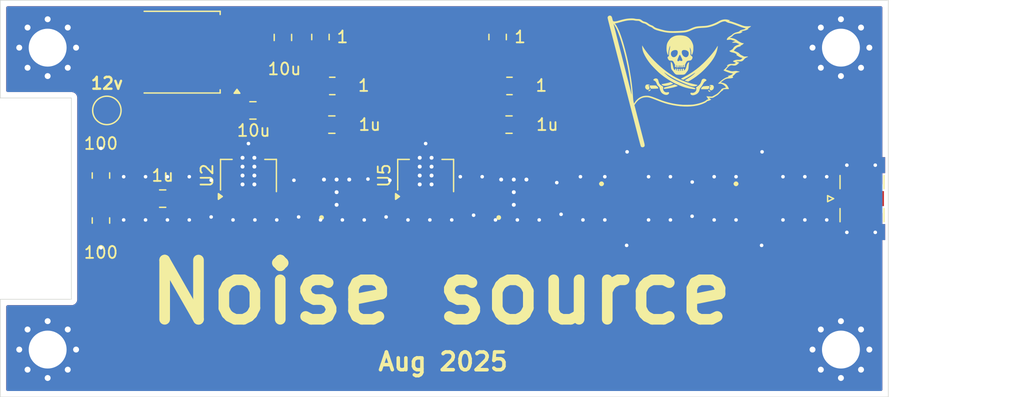
<source format=kicad_pcb>
(kicad_pcb (version 20240108) (generator "pcbnew") (generator_version "8.0")
  (layers (0 "F.Cu" signal) (1 "In1.Cu" signal) (2 "In2.Cu" signal) (31 "B.Cu" signal) (34 "B.Paste" user) (35 "F.Paste" user) (36 "B.SilkS" user "B.Silkscreen") (37 "F.SilkS" user "F.Silkscreen") (38 "B.Mask" user) (39 "F.Mask" user) (44 "Edge.Cuts" user))
  (net 0 "")
  (net 1 "GND")
  (net 2 "Net-(AT1-OUT)")
  (net 3 "Net-(AT1-IN)")
  (net 4 "Net-(U1-OUT)")
  (net 5 "Net-(C3-Pad1)")
  (net 6 "Net-(C4-Pad1)")
  (net 7 "Net-(C5-Pad1)")
  (net 8 "Net-(C5-Pad2)")
  (net 9 "Net-(R1-Pad2)")
  (net 10 "Net-(R3-Pad2)")
  (net 11 "Net-(U2-Pad3)")
  (net 12 "Net-(U3-Pad2)")
  (net 15 "Net-(U4-Pad1)")
  (net 16 "Net-(J1-Pin_1)")
  (net 17 "Net-(AT2-OUT)")
  (footprint "Footprints:SOT-89-3_VIAS" (layer "F.Cu") (at 129.659654 89.3 90)
    (property "Reference" "U2" (at 0 -3.5 90) (layer "F.SilkS"))
    (property "Value" "GVA-82")
    (pad "1" smd roundrect (at -1.95 -1.5 90) (size 1.3 0.9) (layers "F.Cu" "F.Paste" "F.Mask") (net 7 "Net-(C5-Pad1)"))
    (pad "2" smd custom (at -1.8625 0 90) (size 1.475 0.9) (layers "F.Cu" "F.Paste" "F.Mask") (net 1 "GND") (options (clearance outline) (anchor rect)) (primitives (gr_poly (pts (xy 3.8625 0.8665) (xy 0.7375 0.8665) (xy 0.7375 -0.8665) (xy 3.8625 -0.8665)) (width 0) (fill yes))))
    (pad "2" thru_hole circle (at -0.75 -0.5 90) (size 0.44 0.44) (drill 0.33) (layers "*.Cu") (net 1 "GND"))
    (pad "2" thru_hole circle (at -0.75 0.5 90) (size 0.44 0.44) (drill 0.33) (layers "*.Cu") (net 1 "GND"))
    (pad "2" thru_hole circle (at 0 -0.5 90) (size 0.44 0.44) (drill 0.33) (layers "*.Cu") (net 1 "GND"))
    (pad "2" thru_hole circle (at 0 0.5 90) (size 0.44 0.44) (drill 0.33) (layers "*.Cu") (net 1 "GND"))
    (pad "2" thru_hole circle (at 0.75 -0.5 90) (size 0.44 0.44) (drill 0.33) (layers "*.Cu") (net 1 "GND"))
    (pad "2" thru_hole circle (at 0.75 0.5 90) (size 0.44 0.44) (drill 0.33) (layers "*.Cu") (net 1 "GND"))
    (pad "2" thru_hole circle (at 1.5 -0.5 90) (size 0.44 0.44) (drill 0.33) (layers "*.Cu") (net 1 "GND"))
    (pad "2" thru_hole circle (at 1.5 0.5 90) (size 0.44 0.44) (drill 0.33) (layers "*.Cu") (net 1 "GND"))
    (pad "3" smd roundrect (at -1.95 1.5 90) (size 1.3 0.9) (layers "F.Cu" "F.Paste" "F.Mask") (net 11 "Net-(U2-Pad3)"))
  )
  (footprint "Capacitor_SMD:C_0805_2012Metric_Pad1.18x1.45mm_HandSolder" (layer "F.Cu") (at 132.569861 77.6375 -90)
    (property "Reference" "C2" (hide yes))
    (property "Value" "10u" (at 2.6625 -0.130139 180) (layer "F.SilkS"))
    (pad "1" smd roundrect (at -1.0375 0 270) (size 1.175 1.45) (layers "F.Cu" "F.Paste" "F.Mask") (roundrect_rratio 0.212766) (net 4 "Net-(U1-OUT)"))
    (pad "2" smd roundrect (at 1.0375 0 270) (size 1.175 1.45) (layers "F.Cu" "F.Paste" "F.Mask") (roundrect_rratio 0.212766) (net 1 "GND"))
  )
  (footprint "MountingHole:MountingHole_3.2mm_M3_Pad_Via" (layer "F.Cu") (at 112.7 104)
    (property "Reference" "H3" (hide yes))
    (property "Value" "MountingHole_Pad" (hide yes))
    (pad "1" thru_hole circle (at -2.4 0) (size 0.8 0.8) (drill 0.5) (layers "*.Cu" "*.Mask") (net 1 "GND"))
    (pad "1" thru_hole circle (at -1.697056 -1.697056) (size 0.8 0.8) (drill 0.5) (layers "*.Cu" "*.Mask") (net 1 "GND"))
    (pad "1" thru_hole circle (at -1.697056 1.697056) (size 0.8 0.8) (drill 0.5) (layers "*.Cu" "*.Mask") (net 1 "GND"))
    (pad "1" thru_hole circle (at 0 -2.4) (size 0.8 0.8) (drill 0.5) (layers "*.Cu" "*.Mask") (net 1 "GND"))
    (pad "1" thru_hole circle (at 0 0) (size 6.4 6.4) (drill 3.2) (layers "*.Cu" "*.Mask") (net 1 "GND"))
    (pad "1" thru_hole circle (at 0 2.4) (size 0.8 0.8) (drill 0.5) (layers "*.Cu" "*.Mask") (net 1 "GND"))
    (pad "1" thru_hole circle (at 1.697056 -1.697056) (size 0.8 0.8) (drill 0.5) (layers "*.Cu" "*.Mask") (net 1 "GND"))
    (pad "1" thru_hole circle (at 1.697056 1.697056) (size 0.8 0.8) (drill 0.5) (layers "*.Cu" "*.Mask") (net 1 "GND"))
    (pad "1" thru_hole circle (at 2.4 0) (size 0.8 0.8) (drill 0.5) (layers "*.Cu" "*.Mask") (net 1 "GND"))
  )
  (footprint "Capacitor_SMD:C_0805_2012Metric_Pad1.18x1.45mm_HandSolder" (layer "F.Cu") (at 136.702223 85 180)
    (property "Reference" "C3" (hide yes))
    (property "Value" "1u" (at -3.197777 0 0) (layer "F.SilkS"))
    (pad "1" smd roundrect (at -1.0375 0 180) (size 1.175 1.45) (layers "F.Cu" "F.Paste" "F.Mask") (roundrect_rratio 0.212766) (net 5 "Net-(C3-Pad1)"))
    (pad "2" smd roundrect (at 1.0375 0 180) (size 1.175 1.45) (layers "F.Cu" "F.Paste" "F.Mask") (roundrect_rratio 0.212766) (net 1 "GND"))
  )
  (footprint "Resistor_SMD:R_0805_2012Metric_Pad1.20x1.40mm_HandSolder" (layer "F.Cu") (at 136.739723 81.735)
    (property "Reference" "R2" (hide yes))
    (property "Value" "1" (at 2.660277 -0.035 0) (layer "F.SilkS"))
    (pad "1" smd roundrect (at -1 0) (size 1.2 1.4) (layers "F.Cu" "F.Paste" "F.Mask") (roundrect_rratio 0.208333) (net 9 "Net-(R1-Pad2)"))
    (pad "2" smd roundrect (at 1 0) (size 1.2 1.4) (layers "F.Cu" "F.Paste" "F.Mask") (roundrect_rratio 0.208333) (net 5 "Net-(C3-Pad1)"))
  )
  (footprint "Footprints:IC_TCBT-14_" (layer "F.Cu") (at 152.069861 89.64 90)
    (property "Reference" "U4" (hide yes))
    (property "Value" "TCBT-14_" (hide yes))
    (pad "1" smd rect (at -1.61 -1.27 90) (size 1.68 0.79) (layers "F.Cu" "F.Paste") (net 15 "Net-(U4-Pad1)"))
    (pad "2" smd rect (at -1.61 1.27 90) (size 1.68 0.79) (layers "F.Cu" "F.Paste") (net 3 "Net-(AT1-IN)"))
    (pad "3" smd rect (at 1.61 0.635 90) (size 1.68 2.06) (layers "F.Cu" "F.Paste") (net 6 "Net-(C4-Pad1)"))
    (pad "4" smd rect (at 1.61 -1.27 90) (size 1.68 0.79) (layers "F.Cu" "F.Paste"))
    (pad "5" thru_hole circle (at -2.1336 0 90) (size 0.44 0.44) (drill 0.33) (layers "*.Cu") (net 1 "GND"))
    (pad "5" thru_hole circle (at -1.0668 0 90) (size 0.44 0.44) (drill 0.33) (layers "*.Cu") (net 1 "GND"))
    (pad "5" thru_hole circle (at 0 -1.0668 90) (size 0.44 0.44) (drill 0.33) (layers "*.Cu") (net 1 "GND"))
    (pad "5" smd custom (at 0 0 90) (size 0.1 0.1) (layers "F.Cu") (net 1 "GND") (options (clearance outline) (anchor rect)) (primitives (gr_poly (pts (xy -0.34 -1.7) (xy 0.35 -1.7) (xy 0.35 1.9) (xy -0.34 1.9) (xy -0.34 0.395) (xy -2.45 0.395) (xy -2.45 -0.395) (xy -0.34 -0.395)) (width 0.01) (fill yes))))
    (pad "5" thru_hole circle (at 0 0 90) (size 0.44 0.44) (drill 0.33) (layers "*.Cu") (net 1 "GND"))
    (pad "5" thru_hole circle (at 0 1.0668 90) (size 0.44 0.44) (drill 0.33) (layers "*.Cu") (net 1 "GND"))
  )
  (footprint "MountingHole:MountingHole_3.2mm_M3_Pad_Via" (layer "F.Cu") (at 112.7 78.5)
    (property "Reference" "H1" (hide yes))
    (property "Value" "MountingHole_Pad" (hide yes))
    (pad "1" thru_hole circle (at -2.4 0) (size 0.8 0.8) (drill 0.5) (layers "*.Cu" "*.Mask") (net 1 "GND"))
    (pad "1" thru_hole circle (at -1.697056 -1.697056) (size 0.8 0.8) (drill 0.5) (layers "*.Cu" "*.Mask") (net 1 "GND"))
    (pad "1" thru_hole circle (at -1.697056 1.697056) (size 0.8 0.8) (drill 0.5) (layers "*.Cu" "*.Mask") (net 1 "GND"))
    (pad "1" thru_hole circle (at 0 -2.4) (size 0.8 0.8) (drill 0.5) (layers "*.Cu" "*.Mask") (net 1 "GND"))
    (pad "1" thru_hole circle (at 0 0) (size 6.4 6.4) (drill 3.2) (layers "*.Cu" "*.Mask") (net 1 "GND"))
    (pad "1" thru_hole circle (at 0 2.4) (size 0.8 0.8) (drill 0.5) (layers "*.Cu" "*.Mask") (net 1 "GND"))
    (pad "1" thru_hole circle (at 1.697056 -1.697056) (size 0.8 0.8) (drill 0.5) (layers "*.Cu" "*.Mask") (net 1 "GND"))
    (pad "1" thru_hole circle (at 1.697056 1.697056) (size 0.8 0.8) (drill 0.5) (layers "*.Cu" "*.Mask") (net 1 "GND"))
    (pad "1" thru_hole circle (at 2.4 0) (size 0.8 0.8) (drill 0.5) (layers "*.Cu" "*.Mask") (net 1 "GND"))
  )
  (footprint "Footprints:PAT3" (layer "F.Cu") (at 161.63993 91.25)
    (property "Reference" "AT1" (hide yes))
    (property "Value" "PAT-3+" (hide yes))
    (pad "1" smd rect (at -2.16 0 90) (size 1.52 1.52) (layers "F.Cu" "F.Paste" "F.Mask") (net 3 "Net-(AT1-IN)"))
    (pad "2" smd rect (at 0 2.095 90) (size 1.65 2.03) (layers "F.Cu" "F.Paste" "F.Mask") (net 1 "GND"))
    (pad "3" smd rect (at 2.16 0 90) (size 1.52 1.52) (layers "F.Cu" "F.Paste" "F.Mask") (net 2 "Net-(AT1-OUT)"))
    (pad "4" smd rect (at 0 -2.095 90) (size 1.65 2.03) (layers "F.Cu" "F.Paste" "F.Mask") (net 1 "GND"))
  )
  (footprint "LOGO" (layer "F.Cu") (at 166.2 81.3)
    (property "Reference" "G***" (hide yes))
    (property "Value" "LOGO" (hide yes))
  )
  (footprint "Capacitor_SMD:C_0805_2012Metric_Pad1.18x1.45mm_HandSolder" (layer "F.Cu") (at 130.0375 83.8)
    (property "Reference" "C1" (hide yes))
    (property "Value" "10u" (at 0.0625 1.7 0) (layer "F.SilkS"))
    (pad "1" smd roundrect (at -1.0375 0) (size 1.175 1.45) (layers "F.Cu" "F.Paste" "F.Mask") (roundrect_rratio 0.212766) (net 16 "Net-(J1-Pin_1)"))
    (pad "2" smd roundrect (at 1.0375 0) (size 1.175 1.45) (layers "F.Cu" "F.Paste" "F.Mask") (roundrect_rratio 0.212766) (net 1 "GND"))
  )
  (footprint "Package_TO_SOT_SMD:TO-252-2" (layer "F.Cu") (at 123.96 78.88 180)
    (property "Reference" "U1" (hide yes))
    (property "Value" "L7805" (hide yes))
    (pad "1" smd roundrect (at -5.04 -2.28 180) (size 2.2 1.2) (layers "F.Cu" "F.Paste" "F.Mask") (roundrect_rratio 0.208333) (net 16 "Net-(J1-Pin_1)"))
    (pad "2" smd roundrect (at -0.415 -1.525 180) (size 3.05 2.75) (layers "F.Cu" "F.Paste") (roundrect_rratio 0.090909) (net 1 "GND"))
    (pad "2" smd roundrect (at -0.415 1.525 180) (size 3.05 2.75) (layers "F.Cu" "F.Paste") (roundrect_rratio 0.090909) (net 1 "GND"))
    (pad "2" smd roundrect (at 1.26 0 180) (size 6.4 5.8) (layers "F.Cu" "F.Mask") (roundrect_rratio 0.043103) (net 1 "GND"))
    (pad "2" smd roundrect (at 2.935 -1.525 180) (size 3.05 2.75) (layers "F.Cu" "F.Paste") (roundrect_rratio 0.090909) (net 1 "GND"))
    (pad "2" smd roundrect (at 2.935 1.525 180) (size 3.05 2.75) (layers "F.Cu" "F.Paste") (roundrect_rratio 0.090909) (net 1 "GND"))
    (pad "3" smd roundrect (at -5.04 2.28 180) (size 2.2 1.2) (layers "F.Cu" "F.Paste" "F.Mask") (roundrect_rratio 0.208333) (net 4 "Net-(U1-OUT)"))
  )
  (footprint "Resistor_SMD:R_0805_2012Metric_Pad1.20x1.40mm_HandSolder" (layer "F.Cu") (at 117.2 93.1 -90)
    (property "Reference" "R5" (hide yes))
    (property "Value" "100" (at 2.7 0 180) (layer "F.SilkS"))
    (pad "1" smd roundrect (at -1 0 270) (size 1.2 1.4) (layers "F.Cu" "F.Paste" "F.Mask") (roundrect_rratio 0.208333) (net 8 "Net-(C5-Pad2)"))
    (pad "2" smd roundrect (at 1 0 270) (size 1.2 1.4) (layers "F.Cu" "F.Paste" "F.Mask") (roundrect_rratio 0.208333) (net 1 "GND"))
  )
  (footprint "Footprints:SMA_Edge" (layer "F.Cu") (at 181.335 91.25 90)
    (property "Reference" "J2" (hide yes))
    (property "Value" "ANT")
    (pad "1" smd rect (at 0 0.2 90) (size 1.27 3.6) (layers "F.Cu" "F.Paste" "F.Mask") (net 17 "Net-(AT2-OUT)"))
    (pad "2" smd rect (at -2.825 0 90) (size 1.35 4.2) (layers "F.Cu" "F.Paste" "F.Mask") (net 1 "GND"))
    (pad "2" smd rect (at -2.825 0 90) (size 1.35 4.2) (layers "B.Cu" "B.Paste" "B.Mask") (net 1 "GND"))
    (pad "2" smd rect (at 2.825 0 90) (size 1.35 4.2) (layers "F.Cu" "F.Paste" "F.Mask") (net 1 "GND"))
    (pad "2" smd rect (at 2.825 0 90) (size 1.35 4.2) (layers "B.Cu" "B.Paste" "B.Mask") (net 1 "GND"))
  )
  (footprint "Resistor_SMD:R_0805_2012Metric_Pad1.20x1.40mm_HandSolder" (layer "F.Cu") (at 135.739723 77.6 -90)
    (property "Reference" "R1" (hide yes))
    (property "Value" "1" (at 0 -1.860277 180) (layer "F.SilkS"))
    (pad "1" smd roundrect (at -1 0 270) (size 1.2 1.4) (layers "F.Cu" "F.Paste" "F.Mask") (roundrect_rratio 0.208333) (net 4 "Net-(U1-OUT)"))
    (pad "2" smd roundrect (at 1 0 270) (size 1.2 1.4) (layers "F.Cu" "F.Paste" "F.Mask") (roundrect_rratio 0.208333) (net 9 "Net-(R1-Pad2)"))
  )
  (footprint "Capacitor_SMD:C_0805_2012Metric_Pad1.18x1.45mm_HandSolder" (layer "F.Cu") (at 151.667361 85 180)
    (property "Reference" "C4" (hide yes))
    (property "Value" "1u" (at -3.232639 0 0) (layer "F.SilkS"))
    (pad "1" smd roundrect (at -1.0375 0 180) (size 1.175 1.45) (layers "F.Cu" "F.Paste" "F.Mask") (roundrect_rratio 0.212766) (net 6 "Net-(C4-Pad1)"))
    (pad "2" smd roundrect (at 1.0375 0 180) (size 1.175 1.45) (layers "F.Cu" "F.Paste" "F.Mask") (roundrect_rratio 0.212766) (net 1 "GND"))
  )
  (footprint "Footprints:IC_TCBT-14_" (layer "F.Cu") (at 137.104723 89.64 90)
    (property "Reference" "U3" (hide yes))
    (property "Value" "TCBT-14_" (hide yes))
    (pad "1" smd rect (at -1.61 -1.27 90) (size 1.68 0.79) (layers "F.Cu" "F.Paste") (net 11 "Net-(U2-Pad3)"))
    (pad "2" smd rect (at -1.61 1.27 90) (size 1.68 0.79) (layers "F.Cu" "F.Paste") (net 12 "Net-(U3-Pad2)"))
    (pad "3" smd rect (at 1.61 0.635 90) (size 1.68 2.06) (layers "F.Cu" "F.Paste") (net 5 "Net-(C3-Pad1)"))
    (pad "4" smd rect (at 1.61 -1.27 90) (size 1.68 0.79) (layers "F.Cu" "F.Paste"))
    (pad "5" thru_hole circle (at -2.1336 0 90) (size 0.44 0.44) (drill 0.33) (layers "*.Cu") (net 1 "GND"))
    (pad "5" thru_hole circle (at -1.0668 0 90) (size 0.44 0.44) (drill 0.33) (layers "*.Cu") (net 1 "GND"))
    (pad "5" thru_hole circle (at 0 -1.0668 90) (size 0.44 0.44) (drill 0.33) (layers "*.Cu") (net 1 "GND"))
    (pad "5" smd custom (at 0 0 90) (size 0.1 0.1) (layers "F.Cu") (net 1 "GND") (options (clearance outline) (anchor rect)) (primitives (gr_poly (pts (xy -0.34 -1.7) (xy 0.35 -1.7) (xy 0.35 1.9) (xy -0.34 1.9) (xy -0.34 0.395) (xy -2.45 0.395) (xy -2.45 -0.395) (xy -0.34 -0.395)) (width 0.01) (fill yes))))
    (pad "5" thru_hole circle (at 0 0 90) (size 0.44 0.44) (drill 0.33) (layers "*.Cu") (net 1 "GND"))
    (pad "5" thru_hole circle (at 0 1.0668 90) (size 0.44 0.44) (drill 0.33) (layers "*.Cu") (net 1 "GND"))
  )
  (footprint "TestPoint:TestPoint_Pad_D2.0mm" (layer "F.Cu") (at 117.7 83.8)
    (property "Reference" "J1" (hide yes))
    (property "Value" "PWR" (hide yes))
    (pad "1" smd circle (at 0 0) (size 2 2) (layers "F.Cu" "F.Mask") (net 16 "Net-(J1-Pin_1)"))
  )
  (footprint "Resistor_SMD:R_0805_2012Metric_Pad1.20x1.40mm_HandSolder" (layer "F.Cu") (at 117.2 89.3 90)
    (property "Reference" "R6" (hide yes))
    (property "Value" "100" (at 2.7 0 180) (layer "F.SilkS"))
    (pad "1" smd roundrect (at -1 0 90) (size 1.2 1.4) (layers "F.Cu" "F.Paste" "F.Mask") (roundrect_rratio 0.208333) (net 8 "Net-(C5-Pad2)"))
    (pad "2" smd roundrect (at 1 0 90) (size 1.2 1.4) (layers "F.Cu" "F.Paste" "F.Mask") (roundrect_rratio 0.208333) (net 1 "GND"))
  )
  (footprint "Footprints:PAT3" (layer "F.Cu") (at 173 91.25)
    (property "Reference" "AT2" (hide yes))
    (property "Value" "PAT-3+" (hide yes))
    (pad "1" smd rect (at -2.16 0 90) (size 1.52 1.52) (layers "F.Cu" "F.Paste" "F.Mask") (net 2 "Net-(AT1-OUT)"))
    (pad "2" smd rect (at 0 2.095 90) (size 1.65 2.03) (layers "F.Cu" "F.Paste" "F.Mask") (net 1 "GND"))
    (pad "3" smd rect (at 2.16 0 90) (size 1.52 1.52) (layers "F.Cu" "F.Paste" "F.Mask") (net 17 "Net-(AT2-OUT)"))
    (pad "4" smd rect (at 0 -2.095 90) (size 1.65 2.03) (layers "F.Cu" "F.Paste" "F.Mask") (net 1 "GND"))
  )
  (footprint "Resistor_SMD:R_0805_2012Metric_Pad1.20x1.40mm_HandSolder" (layer "F.Cu") (at 151.704861 81.735)
    (property "Reference" "R4" (hide yes))
    (property "Value" "1" (at 2.695139 -0.035 0) (layer "F.SilkS"))
    (pad "1" smd roundrect (at -1 0) (size 1.2 1.4) (layers "F.Cu" "F.Paste" "F.Mask") (roundrect_rratio 0.208333) (net 10 "Net-(R3-Pad2)"))
    (pad "2" smd roundrect (at 1 0) (size 1.2 1.4) (layers "F.Cu" "F.Paste" "F.Mask") (roundrect_rratio 0.208333) (net 6 "Net-(C4-Pad1)"))
  )
  (footprint "Capacitor_SMD:C_0805_2012Metric_Pad1.18x1.45mm_HandSolder" (layer "F.Cu") (at 122.414585 91.25 180)
    (property "Reference" "C5" (hide yes))
    (property "Value" "1u" (at 0 1.95 0) (layer "F.SilkS"))
    (pad "1" smd roundrect (at -1.0375 0 180) (size 1.175 1.45) (layers "F.Cu" "F.Paste" "F.Mask") (roundrect_rratio 0.212766) (net 7 "Net-(C5-Pad1)"))
    (pad "2" smd roundrect (at 1.0375 0 180) (size 1.175 1.45) (layers "F.Cu" "F.Paste" "F.Mask") (roundrect_rratio 0.212766) (net 8 "Net-(C5-Pad2)"))
  )
  (footprint "MountingHole:MountingHole_3.2mm_M3_Pad_Via" (layer "F.Cu") (at 179.7 104)
    (property "Reference" "H4" (hide yes))
    (property "Value" "MountingHole_Pad" (hide yes))
    (pad "1" thru_hole circle (at -2.4 0) (size 0.8 0.8) (drill 0.5) (layers "*.Cu" "*.Mask") (net 1 "GND"))
    (pad "1" thru_hole circle (at -1.697056 -1.697056) (size 0.8 0.8) (drill 0.5) (layers "*.Cu" "*.Mask") (net 1 "GND"))
    (pad "1" thru_hole circle (at -1.697056 1.697056) (size 0.8 0.8) (drill 0.5) (layers "*.Cu" "*.Mask") (net 1 "GND"))
    (pad "1" thru_hole circle (at 0 -2.4) (size 0.8 0.8) (drill 0.5) (layers "*.Cu" "*.Mask") (net 1 "GND"))
    (pad "1" thru_hole circle (at 0 0) (size 6.4 6.4) (drill 3.2) (layers "*.Cu" "*.Mask") (net 1 "GND"))
    (pad "1" thru_hole circle (at 0 2.4) (size 0.8 0.8) (drill 0.5) (layers "*.Cu" "*.Mask") (net 1 "GND"))
    (pad "1" thru_hole circle (at 1.697056 -1.697056) (size 0.8 0.8) (drill 0.5) (layers "*.Cu" "*.Mask") (net 1 "GND"))
    (pad "1" thru_hole circle (at 1.697056 1.697056) (size 0.8 0.8) (drill 0.5) (layers "*.Cu" "*.Mask") (net 1 "GND"))
    (pad "1" thru_hole circle (at 2.4 0) (size 0.8 0.8) (drill 0.5) (layers "*.Cu" "*.Mask") (net 1 "GND"))
  )
  (footprint "MountingHole:MountingHole_3.2mm_M3_Pad_Via" (layer "F.Cu") (at 179.7 78.5)
    (property "Reference" "H2" (hide yes))
    (property "Value" "MountingHole_Pad" (hide yes))
    (pad "1" thru_hole circle (at -2.4 0) (size 0.8 0.8) (drill 0.5) (layers "*.Cu" "*.Mask") (net 1 "GND"))
    (pad "1" thru_hole circle (at -1.697056 -1.697056) (size 0.8 0.8) (drill 0.5) (layers "*.Cu" "*.Mask") (net 1 "GND"))
    (pad "1" thru_hole circle (at -1.697056 1.697056) (size 0.8 0.8) (drill 0.5) (layers "*.Cu" "*.Mask") (net 1 "GND"))
    (pad "1" thru_hole circle (at 0 -2.4) (size 0.8 0.8) (drill 0.5) (layers "*.Cu" "*.Mask") (net 1 "GND"))
    (pad "1" thru_hole circle (at 0 0) (size 6.4 6.4) (drill 3.2) (layers "*.Cu" "*.Mask") (net 1 "GND"))
    (pad "1" thru_hole circle (at 0 2.4) (size 0.8 0.8) (drill 0.5) (layers "*.Cu" "*.Mask") (net 1 "GND"))
    (pad "1" thru_hole circle (at 1.697056 -1.697056) (size 0.8 0.8) (drill 0.5) (layers "*.Cu" "*.Mask") (net 1 "GND"))
    (pad "1" thru_hole circle (at 1.697056 1.697056) (size 0.8 0.8) (drill 0.5) (layers "*.Cu" "*.Mask") (net 1 "GND"))
    (pad "1" thru_hole circle (at 2.4 0) (size 0.8 0.8) (drill 0.5) (layers "*.Cu" "*.Mask") (net 1 "GND"))
  )
  (footprint "Footprints:SOT-89-3_VIAS" (layer "F.Cu") (at 144.624792 89.3 90)
    (property "Reference" "U5" (at 0 -3.5 90) (layer "F.SilkS"))
    (property "Value" "GVA-82")
    (pad "1" smd roundrect (at -1.95 -1.5 90) (size 1.3 0.9) (layers "F.Cu" "F.Paste" "F.Mask") (net 12 "Net-(U3-Pad2)"))
    (pad "2" smd custom (at -1.8625 0 90) (size 1.475 0.9) (layers "F.Cu" "F.Paste" "F.Mask") (net 1 "GND") (options (clearance outline) (anchor rect)) (primitives (gr_poly (pts (xy 3.8625 0.8665) (xy 0.7375 0.8665) (xy 0.7375 -0.8665) (xy 3.8625 -0.8665)) (width 0) (fill yes))))
    (pad "2" thru_hole circle (at -0.75 -0.5 90) (size 0.44 0.44) (drill 0.33) (layers "*.Cu") (net 1 "GND"))
    (pad "2" thru_hole circle (at -0.75 0.5 90) (size 0.44 0.44) (drill 0.33) (layers "*.Cu") (net 1 "GND"))
    (pad "2" thru_hole circle (at 0 -0.5 90) (size 0.44 0.44) (drill 0.33) (layers "*.Cu") (net 1 "GND"))
    (pad "2" thru_hole circle (at 0 0.5 90) (size 0.44 0.44) (drill 0.33) (layers "*.Cu") (net 1 "GND"))
    (pad "2" thru_hole circle (at 0.75 -0.5 90) (size 0.44 0.44) (drill 0.33) (layers "*.Cu") (net 1 "GND"))
    (pad "2" thru_hole circle (at 0.75 0.5 90) (size 0.44 0.44) (drill 0.33) (layers "*.Cu") (net 1 "GND"))
    (pad "2" thru_hole circle (at 1.5 -0.5 90) (size 0.44 0.44) (drill 0.33) (layers "*.Cu") (net 1 "GND"))
    (pad "2" thru_hole circle (at 1.5 0.5 90) (size 0.44 0.44) (drill 0.33) (layers "*.Cu") (net 1 "GND"))
    (pad "3" smd roundrect (at -1.95 1.5 90) (size 1.3 0.9) (layers "F.Cu" "F.Paste" "F.Mask") (net 15 "Net-(U4-Pad1)"))
  )
  (footprint "Resistor_SMD:R_0805_2012Metric_Pad1.20x1.40mm_HandSolder" (layer "F.Cu") (at 150.704861 77.6 -90)
    (property "Reference" "R3" (hide yes))
    (property "Value" "1" (at 0 -1.895139 180) (layer "F.SilkS"))
    (pad "1" smd roundrect (at -1 0 270) (size 1.2 1.4) (layers "F.Cu" "F.Paste" "F.Mask") (roundrect_rratio 0.208333) (net 4 "Net-(U1-OUT)"))
    (pad "2" smd roundrect (at 1 0 270) (size 1.2 1.4) (layers "F.Cu" "F.Paste" "F.Mask") (roundrect_rratio 0.208333) (net 10 "Net-(R3-Pad2)"))
  )
  (gr_rect (start 116.6 90.63) (end 118.3 92.07) (stroke (width 0.2)) (fill solid) (layer "F.Cu") (net 8))
  (gr_line (start 183.7 108) (end 183.7 74.5) (stroke (width 0.05)) (layer "Edge.Cuts"))
  (gr_line (start 108.7 99.75) (end 108.7 108) (stroke (width 0.05)) (layer "Edge.Cuts"))
  (gr_line (start 108.7 99.75) (end 114.7 99.75) (stroke (width 0.05)) (layer "Edge.Cuts"))
  (gr_line (start 114.7 82.75) (end 114.7 99.75) (stroke (width 0.05)) (layer "Edge.Cuts"))
  (gr_line (start 183.7 74.5) (end 108.7 74.5) (stroke (width 0.05)) (layer "Edge.Cuts"))
  (gr_line (start 108.7 74.5) (end 108.7 82.75) (stroke (width 0.05)) (layer "Edge.Cuts"))
  (gr_line (start 114.7 82.75) (end 108.7 82.75) (stroke (width 0.05)) (layer "Edge.Cuts"))
  (gr_line (start 108.7 108) (end 183.7 108) (stroke (width 0.05)) (layer "Edge.Cuts"))
  (gr_text "Noise source" (at 120.8 102.1 0) (layer "F.SilkS") (effects (font (size 5 5) (thickness 0.9) (bold yes)) (justify left bottom)))
  (gr_text "12v" (at 116.241667 82.1 0) (layer "F.SilkS") (effects (font (size 1 1) (thickness 0.2) (bold yes)) (justify left bottom)))
  (gr_text "Aug 2025" (at 140.47143 105.9 0) (layer "F.SilkS") (effects (font (size 1.5 1.5) (thickness 0.3) (bold yes)) (justify left bottom)))
  (via (at 146.827805 93.05) (size 0.6) (drill 0.3) (layers "F.Cu" "B.Cu") (net 1))
  (via (at 182.6 88.425) (size 0.6) (drill 0.3) (layers "F.Cu" "B.Cu") (net 1))
  (via (at 178.5 93.05) (size 0.6) (drill 0.3) (layers "F.Cu" "B.Cu") (net 1))
  (via (at 163.452488 89.4) (size 0.6) (drill 0.3) (layers "F.Cu" "B.Cu") (net 1))
  (via (at 144.980618 93.05) (size 0.6) (drill 0.3) (layers "F.Cu" "B.Cu") (net 1))
  (via (at 176.652797 89.4) (size 0.6) (drill 0.3) (layers "F.Cu" "B.Cu") (net 1))
  (via (at 168.994049 89.4) (size 0.6) (drill 0.3) (layers "F.Cu" "B.Cu") (net 1))
  (via (at 120.967187 89.4) (size 0.6) (drill 0.3) (layers "F.Cu" "B.Cu") (net 1))
  (via (at 182.6 94.1) (size 0.6) (drill 0.3) (layers "F.Cu" "B.Cu") (net 1))
  (via (at 117.2 95.4) (size 0.6) (drill 0.3) (layers "F.Cu" "B.Cu") (net 1))
  (via (at 167.13 92.74) (size 0.6) (drill 0.3) (layers "F.Cu" "B.Cu") (net 1))
  (via (at 130.203122 93.05) (size 0.6) (drill 0.3) (layers "F.Cu" "B.Cu") (net 1))
  (via (at 119.12 93.05) (size 0.6) (drill 0.3) (layers "F.Cu" "B.Cu") (net 1))
  (via (at 122.814374 93.05) (size 0.6) (drill 0.3) (layers "F.Cu" "B.Cu") (net 1))
  (via (at 137.59187 93.05) (size 0.6) (drill 0.3) (layers "F.Cu" "B.Cu") (net 1))
  (via (at 143.133431 93.05) (size 0.6) (drill 0.3) (layers "F.Cu" "B.Cu") (net 1))
  (via (at 176.652797 93.05) (size 0.6) (drill 0.3) (layers "F.Cu" "B.Cu") (net 1))
  (via (at 156.06374 92.575) (size 0.6) (drill 0.3) (layers "F.Cu" "B.Cu") (net 1))
  (via (at 163.452488 93.05) (size 0.6) (drill 0.3) (layers "F.Cu" "B.Cu") (net 1))
  (via (at 168.994049 93.05) (size 0.6) (drill 0.3) (layers "F.Cu" "B.Cu") (net 1))
  (via (at 129.659654 86.6) (size 0.6) (drill 0.3) (layers "F.Cu" "B.Cu") (net 1))
  (via (at 141.286244 92.8) (size 0.6) (drill 0.3) (layers "F.Cu" "B.Cu") (net 1))
  (via (at 174.80561 89.4) (size 0.6) (drill 0.3) (layers "F.Cu" "B.Cu") (net 1))
  (via (at 128.355935 93.05) (size 0.6) (drill 0.3) (layers "F.Cu" "B.Cu") (net 1))
  (via (at 159.758114 93.05) (size 0.6) (drill 0.3) (layers "F.Cu" "B.Cu") (net 1))
  (via (at 157.7 89.4) (size 0.6) (drill 0.3) (layers "F.Cu" "B.Cu") (net 1))
  (via (at 178.5 89.4) (size 0.6) (drill 0.3) (layers "F.Cu" "B.Cu") (net 1))
  (via (at 147.552813 89.4) (size 0.6) (drill 0.3) (layers "F.Cu" "B.Cu") (net 1))
  (via (at 165.299675 89.4) (size 0.6) (drill 0.3) (layers "F.Cu" "B.Cu") (net 1))
  (via (at 132.050309 93.05) (size 0.6) (drill 0.3) (layers "F.Cu" "B.Cu") (net 1))
  (via (at 170.841236 93.05) (size 0.6) (drill 0.3) (layers "F.Cu" "B.Cu") (net 1))
  (via (at 120.967187 93.05) (size 0.6) (drill 0.3) (layers "F.Cu" "B.Cu") (net 1))
  (via (at 124.661561 89.4) (size 0.6) (drill 0.3) (layers "F.Cu" "B.Cu") (net 1))
  (via (at 139.439057 93.05) (size 0.6) (drill 0.3) (layers "F.Cu" "B.Cu") (net 1))
  (via (at 124.661561 93.05) (size 0.6) (drill 0.3) (layers "F.Cu" "B.Cu") (net 1))
  (via (at 152.369366 93.05) (size 0.6) (drill 0.3) (layers "F.Cu" "B.Cu") (net 1))
  (via (at 180.2 88.425) (size 0.6) (drill 0.3) (layers "F.Cu" "B.Cu") (net 1))
  (via (at 161.63993 87.3) (size 0.6) (drill 0.3) (layers "F.Cu" "B.Cu") (net 1))
  (via (at 122.814374 89.4) (size 0.6) (drill 0.3) (layers "F.Cu" "B.Cu") (net 1))
  (via (at 170.841236 89.4) (size 0.6) (drill 0.3) (layers "F.Cu" "B.Cu") (net 1))
  (via (at 119.12 89.4) (size 0.6) (drill 0.3) (layers "F.Cu" "B.Cu") (net 1))
  (via (at 173 95.2) (size 0.6) (drill 0.3) (layers "F.Cu" "B.Cu") (net 1))
  (via (at 126.508748 89.7) (size 0.6) (drill 0.3) (layers "F.Cu" "B.Cu") (net 1))
  (via (at 126.508748 92.8) (size 0.6) (drill 0.3) (layers "F.Cu" "B.Cu") (net 1))
  (via (at 161.6 95.2) (size 0.6) (drill 0.3) (layers "F.Cu" "B.Cu") (net 1))
  (via (at 150.522179 93.05) (size 0.6) (drill 0.3) (layers "F.Cu" "B.Cu") (net 1))
  (via (at 154.216553 93.05) (size 0.6) (drill 0.3) (layers "F.Cu" "B.Cu") (net 1))
  (via (at 133.897496 92.8) (size 0.6) (drill 0.3) (layers "F.Cu" "B.Cu") (net 1))
  (via (at 167.14 89.85) (size 0.6) (drill 0.3) (layers "F.Cu" "B.Cu") (net 1))
  (via (at 141.6 89.7) (size 0.6) (drill 0.3) (layers "F.Cu" "B.Cu") (net 1))
  (via (at 180.2 94.1) (size 0.6) (drill 0.3) (layers "F.Cu" "B.Cu") (net 1))
  (via (at 157.910927 93.05) (size 0.6) (drill 0.3) (layers "F.Cu" "B.Cu") (net 1))
  (via (at 159.758114 89.4) (size 0.6) (drill 0.3) (layers "F.Cu" "B.Cu") (net 1))
  (via (at 144.624792 86.6) (size 0.6) (drill 0.3) (layers "F.Cu" "B.Cu") (net 1))
  (via (at 133.5 89.7) (size 0.6) (drill 0.3) (layers "F.Cu" "B.Cu") (net 1))
  (via (at 173.03993 87.3) (size 0.6) (drill 0.3) (layers "F.Cu" "B.Cu") (net 1))
  (via (at 149.4 89.4) (size 0.6) (drill 0.3) (layers "F.Cu" "B.Cu") (net 1))
  (via (at 117.2 87) (size 0.6) (drill 0.3) (layers "F.Cu" "B.Cu") (net 1))
  (via (at 135.744683 93.05) (size 0.6) (drill 0.3) (layers "F.Cu" "B.Cu") (net 1))
  (via (at 148.674992 92.65) (size 0.6) (drill 0.3) (layers "F.Cu" "B.Cu") (net 1))
  (via (at 139.752813 89.6) (size 0.6) (drill 0.3) (layers "F.Cu" "B.Cu") (net 1))
  (via (at 165.299675 93.05) (size 0.6) (drill 0.3) (layers "F.Cu" "B.Cu") (net 1))
  (via (at 155.7 89.9) (size 0.6) (drill 0.3) (layers "F.Cu" "B.Cu") (net 1))
  (via (at 174.80561 93.05) (size 0.6) (drill 0.3) (layers "F.Cu" "B.Cu") (net 1))
  (segment (start 169 91.3) (end 165.7 91.3) (width 0.3244) (layer "F.Cu") (net 2))
  (segment (start 157.6 91.25) (end 154.9 91.25) (width 0.3244) (layer "F.Cu") (net 3))
  (segment (start 149.3 76.6) (end 130.9 76.6) (width 1.4364) (layer "F.Cu") (net 4))
  (segment (start 137.739723 83.2) (end 137.739723 86.2) (width 1.4364) (layer "F.Cu") (net 5))
  (segment (start 152.704861 83.404861) (end 152.704861 86.3) (width 1.4364) (layer "F.Cu") (net 6))
  (segment (start 126.7 91.25) (end 125 91.25) (width 0.3244) (layer "F.Cu") (net 7))
  (segment (start 121.377085 91.25) (end 118.85 91.25) (width 0.3244) (layer "F.Cu") (net 8))
  (segment (start 135.739723 79.8) (end 135.739723 80.4) (width 1.4364) (layer "F.Cu") (net 9))
  (segment (start 150.704861 79.504861) (end 150.704861 80.795139) (width 1.4364) (layer "F.Cu") (net 10))
  (segment (start 132.8 91.25) (end 134.2 91.25) (width 0.3244) (layer "F.Cu") (net 11))
  (segment (start 139.7 91.25) (end 141.6 91.25) (width 0.3244) (layer "F.Cu") (net 12))
  (segment (start 149.3 91.25) (end 147.6 91.25) (width 0.3244) (layer "F.Cu") (net 15))
  (segment (start 117.7 83.8) (end 129 83.8) (width 1.4364) (layer "F.Cu") (net 16))
  (segment (start 129 82.5) (end 129 83.8) (width 1.4364) (layer "F.Cu") (net 16))
  (segment (start 177 91.25) (end 178.7 91.25) (width 0.3244) (layer "F.Cu") (net 17))
  (zone (net 3) (net_name "Net-(AT1-IN)") (layer "F.Cu") (name "GND") (priority 17540) (connect_pads yes (clearance 0)) (min_thickness 0.0254) (fill yes (thermal_gap 0.5) (thermal_bridge_width 0.5))
    (polygon (pts (xy 157.57567 91.25) (xy 157.5848 91.4122) (xy 157.759468 91.428938) (xy 157.902989 91.474371) (xy 158.021945 91.541324) (xy 158.122921 91.622625) (xy 158.212501 91.7111) (xy 158.297271 91.799574) (xy 158.383814 91.880875) (xy 158.478716 91.947828) (xy 158.588559 91.993261) (xy 158.71993 92.01) (xy 159.47993 92.01) (xy 159.57113 91.25) (xy 159.47993 90.49) (xy 158.71993 90.49) (xy 158.588559 90.506738) (xy 158.478716 90.552171) (xy 158.383814 90.619124) (xy 158.297271 90.700425) (xy 158.212501 90.7889) (xy 158.122921 90.877374) (xy 158.021945 90.958675) (xy 157.902989 91.025628) (xy 157.759468 91.071061) (xy 157.5848 91.0878)))
  )
  (zone (net 7) (net_name "Net-(C5-Pad1)") (layer "F.Cu") (name "GND") (priority 17540) (connect_pads yes (clearance 0)) (min_thickness 0.0254) (fill yes (thermal_gap 0.5) (thermal_bridge_width 0.5))
    (polygon (pts (xy 125.02433 91.25) (xy 125.01175 91.0878) (xy 124.859419 91.072041) (xy 124.735406 91.029268) (xy 124.633685 90.966235) (xy 124.548229 90.889694) (xy 124.473011 90.8064) (xy 124.402006 90.723105) (xy 124.329187 90.646564) (xy 124.248528 90.583531) (xy 124.154003 90.540758) (xy 124.039585 90.525) (xy 123.452085 90.525) (xy 123.365085 91.25) (xy 123.452085 91.975) (xy 124.039585 91.975) (xy 124.154003 91.959241) (xy 124.248528 91.916468) (xy 124.329187 91.853435) (xy 124.402006 91.776894) (xy 124.473011 91.6936) (xy 124.548229 91.610305) (xy 124.633685 91.533764) (xy 124.735406 91.470731) (xy 124.859419 91.427958) (xy 125.01175 91.4122)))
  )
  (zone (net 17) (net_name "Net-(AT2-OUT)") (layer "F.Cu") (name "GND") (priority 17540) (connect_pads yes (clearance 0)) (min_thickness 0.0254) (fill yes (thermal_gap 0.5) (thermal_bridge_width 0.5))
    (polygon (pts (xy 178.67567 91.25) (xy 178.664 91.4122) (xy 178.824376 91.425438) (xy 178.958016 91.461371) (xy 179.070504 91.514324) (xy 179.167429 91.578625) (xy 179.254377 91.6486) (xy 179.336935 91.718574) (xy 179.420689 91.782875) (xy 179.511227 91.835828) (xy 179.614135 91.871761) (xy 179.735 91.885) (xy 181.535 91.885) (xy 181.6112 91.25) (xy 181.535 90.615) (xy 179.735 90.615) (xy 179.614135 90.628238) (xy 179.511227 90.664171) (xy 179.420689 90.717124) (xy 179.336935 90.781425) (xy 179.254377 90.8514) (xy 179.167429 90.921374) (xy 179.070504 90.985675) (xy 178.958016 91.038628) (xy 178.824376 91.074561) (xy 178.664 91.0878)))
  )
  (zone (net 5) (net_name "Net-(C3-Pad1)") (layer "F.Cu") (name "GND") (priority 17540) (connect_pads yes (clearance 0)) (min_thickness 0.0254) (fill yes (thermal_gap 0.5) (thermal_bridge_width 0.5))
    (polygon (pts (xy 137.739723 86.09227) (xy 137.021523 86.1832) (xy 137.012792 86.328776) (xy 136.989095 86.452327) (xy 136.954174 86.558369) (xy 136.911769 86.651423) (xy 136.865623 86.736005) (xy 136.819476 86.816634) (xy 136.777071 86.89783) (xy 136.74215 86.984111) (xy 136.718453 87.079994) (xy 136.709723 87.19) (xy 136.709723 88.03) (xy 137.739723 88.1536) (xy 138.769723 88.03) (xy 138.769723 87.19) (xy 138.760992 87.079994) (xy 138.737295 86.984111) (xy 138.702374 86.89783) (xy 138.659969 86.816634) (xy 138.613823 86.736005) (xy 138.567676 86.651423) (xy 138.525271 86.558369) (xy 138.49035 86.452327) (xy 138.466653 86.328776) (xy 138.457923 86.1832)))
  )
  (zone (net 11) (net_name "Net-(U2-Pad3)") (layer "F.Cu") (name "GND") (priority 17540) (connect_pads yes (clearance 0)) (min_thickness 0.0254) (fill yes (thermal_gap 0.5) (thermal_bridge_width 0.5))
    (polygon (pts (xy 134.17567 91.25) (xy 134.1921 91.4122) (xy 134.385169 91.431178) (xy 134.543349 91.482691) (xy 134.674031 91.558604) (xy 134.784607 91.650785) (xy 134.882467 91.7511) (xy 134.975002 91.851414) (xy 135.069604 91.943595) (xy 135.173664 92.019508) (xy 135.294573 92.071021) (xy 135.439723 92.09) (xy 135.834723 92.09) (xy 135.935523 91.25) (xy 135.834723 90.41) (xy 135.439723 90.41) (xy 135.294573 90.428978) (xy 135.173664 90.480491) (xy 135.069604 90.556404) (xy 134.975002 90.648585) (xy 134.882467 90.7489) (xy 134.784607 90.849214) (xy 134.674031 90.941395) (xy 134.543349 91.017308) (xy 134.385169 91.068821) (xy 134.1921 91.0878)))
  )
  (zone (net 10) (net_name "Net-(R3-Pad2)") (layer "F.Cu") (name "GND") (priority 17540) (connect_pads yes (clearance 0)) (min_thickness 0.0254) (fill yes (thermal_gap 0.5) (thermal_bridge_width 0.5))
    (polygon (pts (xy 150.704861 80.687409) (xy 149.986661 80.781139) (xy 149.98997 80.819435) (xy 149.998953 80.851225) (xy 150.012192 80.877872) (xy 150.028267 80.900741) (xy 150.045761 80.921195) (xy 150.063254 80.9406) (xy 150.079329 80.960318) (xy 150.092568 80.981715) (xy 150.101551 81.006154) (xy 150.104861 81.035) (xy 150.104861 81.735) (xy 150.704861 81.807) (xy 151.304861 81.735) (xy 151.304861 81.035) (xy 151.30817 81.006154) (xy 151.317153 80.981715) (xy 151.330392 80.960318) (xy 151.346467 80.9406) (xy 151.363961 80.921195) (xy 151.381454 80.900741) (xy 151.397529 80.877872) (xy 151.410768 80.851225) (xy 151.419751 80.819435) (xy 151.423061 80.781139)))
  )
  (zone (net 16) (net_name "Net-(J1-Pin_1)") (layer "F.Cu") (name "GND") (priority 17540) (connect_pads yes (clearance 0)) (min_thickness 0.0254) (fill yes (thermal_gap 0.5) (thermal_bridge_width 0.5))
    (polygon (pts (xy 129 82.60773) (xy 129.7182 82.512) (xy 129.72889 82.397013) (xy 129.757907 82.302226) (xy 129.800668 82.223378) (xy 129.852593 82.156211) (xy 129.9091 82.096466) (xy 129.965606 82.039884) (xy 130.017531 81.982205) (xy 130.060292 81.919171) (xy 130.089309 81.846522) (xy 130.1 81.76) (xy 130.1 81.16) (xy 129 81.028) (xy 127.9 81.16) (xy 127.9 81.76) (xy 127.91069 81.846522) (xy 127.939707 81.919171) (xy 127.982468 81.982205) (xy 128.034393 82.039884) (xy 128.0909 82.096466) (xy 128.147406 82.156211) (xy 128.199331 82.223378) (xy 128.242092 82.302226) (xy 128.271109 82.397013) (xy 128.2818 82.512)))
  )
  (zone (net 2) (net_name "Net-(AT1-OUT)") (layer "F.Cu") (name "GND") (priority 17540) (connect_pads yes (clearance 0)) (min_thickness 0.0254) (fill yes (thermal_gap 0.5) (thermal_bridge_width 0.5))
    (polygon (pts (xy 168.97567 91.3) (xy 168.9848 91.4622) (xy 169.15185 91.477538) (xy 169.289732 91.519171) (xy 169.404588 91.580524) (xy 169.502563 91.655025) (xy 169.589801 91.736099) (xy 169.672447 91.817173) (xy 169.756646 91.891674) (xy 169.848541 91.953027) (xy 169.954278 91.99466) (xy 170.08 92.009999) (xy 170.84 92.009999) (xy 170.931166 91.247523) (xy 170.819356 90.490281) (xy 170.059356 90.490281) (xy 169.931924 90.511516) (xy 169.82723 90.56253) (xy 169.73841 90.63578) (xy 169.658605 90.723728) (xy 169.580951 90.818832) (xy 169.498587 90.913553) (xy 169.404652 91.000351) (xy 169.292283 91.071684) (xy 169.15462 91.120014) (xy 168.9848 91.1378)))
  )
  (zone (net 9) (net_name "Net-(R1-Pad2)") (layer "F.Cu") (name "GND") (priority 17540) (connect_pads yes (clearance 0)) (min_thickness 0.0254) (fill yes (thermal_gap 0.5) (thermal_bridge_width 0.5))
    (polygon (pts (xy 135.739723 80.29227) (xy 135.021523 80.386) (xy 135.024832 80.477643) (xy 135.033815 80.556405) (xy 135.047054 80.624888) (xy 135.063129 80.685692) (xy 135.080623 80.741422) (xy 135.098116 80.794677) (xy 135.114191 80.848061) (xy 135.12743 80.904175) (xy 135.136413 80.96562) (xy 135.139723 81.035) (xy 135.139723 81.735) (xy 135.739723 81.807) (xy 136.339723 81.735) (xy 136.339723 81.035) (xy 136.343032 80.96562) (xy 136.352015 80.904175) (xy 136.365254 80.848061) (xy 136.381329 80.794677) (xy 136.398823 80.741422) (xy 136.416316 80.685692) (xy 136.432391 80.624888) (xy 136.44563 80.556405) (xy 136.454613 80.477643) (xy 136.457923 80.386)))
  )
  (zone (net 8) (net_name "Net-(C5-Pad2)") (layer "F.Cu") (name "GND") (priority 17540) (connect_pads yes (clearance 0)) (min_thickness 0.0254) (fill yes (thermal_gap 0.5) (thermal_bridge_width 0.5))
    (polygon (pts (xy 118.87433 91.25) (xy 118.864 91.0878) (xy 118.680026 91.058593) (xy 118.558988 90.978142) (xy 118.487079 90.857198) (xy 118.450489 90.706515) (xy 118.435409 90.536845) (xy 118.428033 90.358941) (xy 118.41455 90.183554) (xy 118.381152 90.021438) (xy 118.314031 89.883344) (xy 118.199378 89.780027) (xy 117.499378 89.780027) (xy 117.137604 90.264075) (xy 117.2 90.9) (xy 117.9 90.9) (xy 118.011729 90.914341) (xy 118.105051 90.953268) (xy 118.185592 91.010635) (xy 118.258977 91.080294) (xy 118.33083 91.1561) (xy 118.406776 91.231905) (xy 118.492441 91.301564) (xy 118.59345 91.358931) (xy 118.715428 91.397858) (xy 118.864 91.4122)))
  )
  (zone (net 7) (net_name "Net-(C5-Pad1)") (layer "F.Cu") (name "GND") (priority 17540) (connect_pads yes (clearance 0)) (min_thickness 0.0254) (fill yes (thermal_gap 0.5) (thermal_bridge_width 0.5))
    (polygon (pts (xy 126.67567 91.25) (xy 126.691 91.4122) (xy 126.845312 91.425858) (xy 126.97313 91.462931) (xy 127.080019 91.517564) (xy 127.171544 91.583905) (xy 127.253268 91.6561) (xy 127.330758 91.728294) (xy 127.409576 91.794635) (xy 127.495289 91.849268) (xy 127.593459 91.886341) (xy 127.709654 91.9) (xy 128.159654 91.9) (xy 128.237654 91.25) (xy 128.159654 90.6) (xy 127.709654 90.6) (xy 127.593459 90.613658) (xy 127.495289 90.650731) (xy 127.409576 90.705364) (xy 127.330758 90.771705) (xy 127.253268 90.8439) (xy 127.171544 90.916094) (xy 127.080019 90.982435) (xy 126.97313 91.037068) (xy 126.845312 91.074141) (xy 126.691 91.0878)))
  )
  (zone (net 15) (net_name "Net-(U4-Pad1)") (layer "F.Cu") (name "GND") (priority 17540) (connect_pads yes (clearance 0)) (min_thickness 0.0254) (fill yes (thermal_gap 0.5) (thermal_bridge_width 0.5))
    (polygon (pts (xy 149.27567 91.25) (xy 149.2921 91.4122) (xy 149.468372 91.431178) (xy 149.611085 91.482691) (xy 149.727408 91.558604) (xy 149.824509 91.650785) (xy 149.909555 91.7511) (xy 149.989716 91.851414) (xy 150.072158 91.943595) (xy 150.164051 92.019508) (xy 150.272563 92.071021) (xy 150.404861 92.09) (xy 150.799861 92.09) (xy 150.900661 91.25) (xy 150.799861 90.41) (xy 150.404861 90.41) (xy 150.272563 90.428978) (xy 150.164051 90.480491) (xy 150.072158 90.556404) (xy 149.989716 90.648585) (xy 149.909555 90.7489) (xy 149.824509 90.849214) (xy 149.727408 90.941395) (xy 149.611085 91.017308) (xy 149.468372 91.068821) (xy 149.2921 91.0878)))
  )
  (zone (net 4) (net_name "Net-(U1-OUT)") (layer "F.Cu") (name "GND") (priority 17540) (connect_pads yes (clearance 0)) (min_thickness 0.0254) (fill yes (thermal_gap 0.5) (thermal_bridge_width 0.5))
    (polygon (pts (xy 131.00773 76.6) (xy 130.922 75.8818) (xy 130.806492 75.885109) (xy 130.706961 75.894092) (xy 130.620191 75.907331) (xy 130.542966 75.923406) (xy 130.472072 75.9409) (xy 130.404292 75.958393) (xy 130.33641 75.974468) (xy 130.265211 75.987707) (xy 130.18748 75.99669) (xy 130.1 76) (xy 129 76) (xy 128.928 76.6) (xy 129 77.2) (xy 130.1 77.2) (xy 130.18748 77.203309) (xy 130.265211 77.212292) (xy 130.33641 77.225531) (xy 130.404292 77.241606) (xy 130.472072 77.2591) (xy 130.542966 77.276593) (xy 130.620191 77.292668) (xy 130.706961 77.305907) (xy 130.806492 77.31489) (xy 130.922 77.3182)))
  )
  (zone (net 2) (net_name "Net-(AT1-OUT)") (layer "F.Cu") (name "GND") (priority 17540) (connect_pads yes (clearance 0)) (min_thickness 0.0254) (fill yes (thermal_gap 0.5) (thermal_bridge_width 0.5))
    (polygon (pts (xy 165.72433 91.3) (xy 165.7152 91.1378) (xy 165.537844 91.120017) (xy 165.393228 91.071693) (xy 165.274393 91.000368) (xy 165.17438 90.91358) (xy 165.086233 90.818866) (xy 165.002991 90.723766) (xy 164.917698 90.635817) (xy 164.823394 90.562558) (xy 164.713121 90.511527) (xy 164.579922 90.490264) (xy 163.819922 90.490264) (xy 163.708762 91.247601) (xy 163.79993 92.01) (xy 164.55993 92.01) (xy 164.691526 91.994661) (xy 164.80282 91.953028) (xy 164.900086 91.891675) (xy 164.989599 91.817174) (xy 165.077632 91.7361) (xy 165.170459 91.655025) (xy 165.274356 91.580524) (xy 165.395595 91.519171) (xy 165.540452 91.477538) (xy 165.7152 91.4622)))
  )
  (zone (net 10) (net_name "Net-(R3-Pad2)") (layer "F.Cu") (name "GND") (priority 17540) (connect_pads yes (clearance 0)) (min_thickness 0.0254) (fill yes (thermal_gap 0.5) (thermal_bridge_width 0.5))
    (polygon (pts (xy 150.704861 79.612591) (xy 151.423061 79.516861) (xy 151.422551 79.47264) (xy 151.421168 79.434395) (xy 151.419129 79.40093) (xy 151.416654 79.371048) (xy 151.413961 79.343553) (xy 151.411267 79.317247) (xy 151.408792 79.290936) (xy 151.406753 79.263422) (xy 151.40537 79.233508) (xy 151.404861 79.2) (xy 151.404861 78.6) (xy 150.704861 78.516) (xy 150.004861 78.6) (xy 150.004861 79.2) (xy 150.004351 79.233508) (xy 150.002968 79.263422) (xy 150.000929 79.290936) (xy 149.998454 79.317247) (xy 149.995761 79.343553) (xy 149.993067 79.371048) (xy 149.990592 79.40093) (xy 149.988553 79.434395) (xy 149.98717 79.47264) (xy 149.986661 79.516861)))
  )
  (zone (net 9) (net_name "Net-(R1-Pad2)") (layer "F.Cu") (name "GND") (priority 17540) (connect_pads yes (clearance 0)) (min_thickness 0.0254) (fill yes (thermal_gap 0.5) (thermal_bridge_width 0.5))
    (polygon (pts (xy 135.739723 79.90773) (xy 136.457923 79.812) (xy 136.457413 79.726672) (xy 136.45603 79.652837) (xy 136.453991 79.588197) (xy 136.451516 79.53045) (xy 136.448823 79.477299) (xy 136.446129 79.426444) (xy 136.443654 79.375586) (xy 136.441615 79.322425) (xy 136.440232 79.264663) (xy 136.439723 79.2) (xy 136.439723 78.6) (xy 135.739723 78.516) (xy 135.039723 78.6) (xy 135.039723 79.2) (xy 135.039213 79.264663) (xy 135.03783 79.322425) (xy 135.035791 79.375586) (xy 135.033316 79.426444) (xy 135.030623 79.477299) (xy 135.027929 79.53045) (xy 135.025454 79.588197) (xy 135.023415 79.652837) (xy 135.022032 79.726672) (xy 135.021523 79.812)))
  )
  (zone (net 3) (net_name "Net-(AT1-IN)") (layer "F.Cu") (name "GND") (priority 17540) (connect_pads yes (clearance 0)) (min_thickness 0.0254) (fill yes (thermal_gap 0.5) (thermal_bridge_width 0.5))
    (polygon (pts (xy 154.92433 91.25) (xy 154.9079 91.0878) (xy 154.724166 91.068821) (xy 154.574558 91.017308) (xy 154.451814 90.941395) (xy 154.348673 90.849214) (xy 154.257875 90.7489) (xy 154.172156 90.648585) (xy 154.084257 90.556404) (xy 153.986916 90.480491) (xy 153.872871 90.428978) (xy 153.734861 90.41) (xy 153.339861 90.41) (xy 153.239061 91.25) (xy 153.339861 92.09) (xy 153.734861 92.09) (xy 153.872871 92.071021) (xy 153.986916 92.019508) (xy 154.084257 91.943595) (xy 154.172156 91.851414) (xy 154.257875 91.7511) (xy 154.348673 91.650785) (xy 154.451814 91.558604) (xy 154.574558 91.482691) (xy 154.724166 91.431178) (xy 154.9079 91.4122)))
  )
  (zone (net 6) (net_name "Net-(C4-Pad1)") (layer "F.Cu") (name "GND") (priority 17540) (connect_pads yes (clearance 0)) (min_thickness 0.0254) (fill yes (thermal_gap 0.5) (thermal_bridge_width 0.5))
    (polygon (pts (xy 152.704861 86.19227) (xy 151.986661 86.2832) (xy 151.97793 86.415388) (xy 151.954233 86.527096) (xy 151.919312 86.622545) (xy 151.876907 86.705955) (xy 151.830761 86.781548) (xy 151.784614 86.853546) (xy 151.742209 86.926168) (xy 151.707288 87.003637) (xy 151.683591 87.090174) (xy 151.674861 87.19) (xy 151.674861 88.03) (xy 152.704861 88.1536) (xy 153.734861 88.03) (xy 153.734861 87.19) (xy 153.72613 87.090174) (xy 153.702433 87.003637) (xy 153.667512 86.926168) (xy 153.625107 86.853546) (xy 153.578961 86.781548) (xy 153.532814 86.705955) (xy 153.490409 86.622545) (xy 153.455488 86.527096) (xy 153.431791 86.415388) (xy 153.423061 86.2832)))
  )
  (zone (net 12) (net_name "Net-(U3-Pad2)") (layer "F.Cu") (name "GND") (priority 17540) (connect_pads yes (clearance 0)) (min_thickness 0.0254) (fill yes (thermal_gap 0.5) (thermal_bridge_width 0.5))
    (polygon (pts (xy 141.57567 91.25) (xy 141.591 91.4122) (xy 141.753716 91.425858) (xy 141.889121 91.462931) (xy 142.002929 91.517564) (xy 142.100853 91.583905) (xy 142.188607 91.6561) (xy 142.271904 91.728294) (xy 142.356457 91.794635) (xy 142.44798 91.849268) (xy 142.552187 91.886341) (xy 142.674792 91.9) (xy 143.124792 91.9) (xy 143.202792 91.25) (xy 143.124792 90.6) (xy 142.674792 90.6) (xy 142.552187 90.613658) (xy 142.44798 90.650731) (xy 142.356457 90.705364) (xy 142.271904 90.771705) (xy 142.188607 90.8439) (xy 142.100853 90.916094) (xy 142.002929 90.982435) (xy 141.889121 91.037068) (xy 141.753716 91.074141) (xy 141.591 91.0878)))
  )
  (zone (net 6) (net_name "Net-(C4-Pad1)") (layer "F.Cu") (name "GND") (priority 17540) (connect_pads yes (clearance 0)) (min_thickness 0.0254) (fill yes (thermal_gap 0.5) (thermal_bridge_width 0.5))
    (polygon (pts (xy 152.704861 83.512591) (xy 153.423061 83.418861) (xy 153.419751 83.280947) (xy 153.410768 83.161953) (xy 153.397529 83.058078) (xy 153.381454 82.96552) (xy 153.363961 82.88048) (xy 153.346467 82.799155) (xy 153.330392 82.717746) (xy 153.317153 82.632451) (xy 153.30817 82.539469) (xy 153.304861 82.435) (xy 153.304861 81.735) (xy 152.704861 81.663) (xy 152.104861 81.735) (xy 152.104861 82.435) (xy 152.101551 82.539469) (xy 152.092568 82.632451) (xy 152.079329 82.717746) (xy 152.063254 82.799155) (xy 152.045761 82.88048) (xy 152.028267 82.96552) (xy 152.012192 83.058078) (xy 151.998953 83.161953) (xy 151.98997 83.280947) (xy 151.986661 83.418861)))
  )
  (zone (net 5) (net_name "Net-(C3-Pad1)") (layer "F.Cu") (name "GND") (priority 17540) (connect_pads yes (clearance 0)) (min_thickness 0.0254) (fill yes (thermal_gap 0.5) (thermal_bridge_width 0.5))
    (polygon (pts (xy 137.739723 83.30773) (xy 138.457923 83.214) (xy 138.454613 83.104433) (xy 138.44563 83.010069) (xy 138.432391 82.927844) (xy 138.416316 82.854697) (xy 138.398823 82.787566) (xy 138.381329 82.72339) (xy 138.365254 82.659107) (xy 138.352015 82.591655) (xy 138.343032 82.517974) (xy 138.339723 82.435) (xy 138.339723 81.735) (xy 137.739723 81.663) (xy 137.139723 81.735) (xy 137.139723 82.435) (xy 137.136413 82.517974) (xy 137.12743 82.591655) (xy 137.114191 82.659107) (xy 137.098116 82.72339) (xy 137.080623 82.787566) (xy 137.063129 82.854697) (xy 137.047054 82.927844) (xy 137.033815 83.010069) (xy 137.024832 83.104433) (xy 137.021523 83.214)))
  )
  (zone (net 12) (net_name "Net-(U3-Pad2)") (layer "F.Cu") (name "GND") (priority 17540) (connect_pads yes (clearance 0)) (min_thickness 0.0254) (fill yes (thermal_gap 0.5) (thermal_bridge_width 0.5))
    (polygon (pts (xy 139.72433 91.25) (xy 139.7079 91.0878) (xy 139.552724 91.068821) (xy 139.429774 91.017308) (xy 139.332076 90.941395) (xy 139.252661 90.849214) (xy 139.184558 90.7489) (xy 139.120794 90.648585) (xy 139.0544 90.556404) (xy 138.978404 90.480491) (xy 138.885835 90.428978) (xy 138.769723 90.41) (xy 138.374723 90.41) (xy 138.273923 91.25) (xy 138.374723 92.09) (xy 138.769723 92.09) (xy 138.885835 92.071021) (xy 138.978404 92.019508) (xy 139.0544 91.943595) (xy 139.120794 91.851414) (xy 139.184558 91.7511) (xy 139.252661 91.650785) (xy 139.332076 91.558604) (xy 139.429774 91.482691) (xy 139.552724 91.431178) (xy 139.7079 91.4122)))
  )
  (zone (net 4) (net_name "Net-(U1-OUT)") (layer "F.Cu") (name "GND") (priority 17540) (connect_pads yes (clearance 0)) (min_thickness 0.0254) (fill yes (thermal_gap 0.5) (thermal_bridge_width 0.5))
    (polygon (pts (xy 149.19227 76.6) (xy 149.286 77.3182) (xy 149.387266 77.31489) (xy 149.474409 77.305907) (xy 149.550277 77.292668) (xy 149.617718 77.276593) (xy 149.679579 77.2591) (xy 149.738708 77.241606) (xy 149.797953 77.225531) (xy 149.860162 77.212292) (xy 149.928182 77.203309) (xy 150.004861 77.2) (xy 150.704861 77.2) (xy 150.776861 76.6) (xy 150.704861 76) (xy 150.004861 76) (xy 149.928182 75.99669) (xy 149.860162 75.987707) (xy 149.797953 75.974468) (xy 149.738708 75.958393) (xy 149.679579 75.9409) (xy 149.617718 75.923406) (xy 149.550277 75.907331) (xy 149.474409 75.894092) (xy 149.387266 75.885109) (xy 149.286 75.8818)))
  )
  (zone (net 17) (net_name "Net-(AT2-OUT)") (layer "F.Cu") (name "GND") (priority 17540) (connect_pads yes (clearance 0)) (min_thickness 0.0254) (fill yes (thermal_gap 0.5) (thermal_bridge_width 0.5))
    (polygon (pts (xy 177.02433 91.25) (xy 177.0152 91.0878) (xy 176.845568 91.071061) (xy 176.706653 91.025628) (xy 176.591945 90.958675) (xy 176.494934 90.877374) (xy 176.409112 90.7889) (xy 176.327969 90.700425) (xy 176.244995 90.619124) (xy 176.153682 90.552171) (xy 176.04752 90.506738) (xy 175.92 90.49) (xy 175.16 90.49) (xy 175.0688 91.25) (xy 175.16 92.01) (xy 175.92 92.01) (xy 176.04752 91.993261) (xy 176.153682 91.947828) (xy 176.244995 91.880875) (xy 176.327969 91.799574) (xy 176.409112 91.7111) (xy 176.494934 91.622625) (xy 176.591945 91.541324) (xy 176.706653 91.474371) (xy 176.845568 91.428938) (xy 177.0152 91.4122)))
  )
  (zone (net 8) (net_name "Net-(C5-Pad2)") (layer "F.Cu") (name "GND") (priority 17540) (connect_pads yes (clearance 0)) (min_thickness 0.0254) (fill yes (thermal_gap 0.5) (thermal_bridge_width 0.5))
    (polygon (pts (xy 118.87433 91.25) (xy 118.864 91.0878) (xy 118.720239 91.099341) (xy 118.600188 91.130668) (xy 118.498904 91.176835) (xy 118.411441 91.232894) (xy 118.332854 91.2939) (xy 118.258199 91.354905) (xy 118.182531 91.410964) (xy 118.100905 91.457131) (xy 118.008376 91.488458) (xy 117.9 91.5) (xy 117.2 91.5) (xy 117.135994 92.132972) (xy 117.474773 92.633384) (xy 118.174773 92.633384) (xy 118.288734 92.540673) (xy 118.35865 92.413908) (xy 118.397284 92.263409) (xy 118.4174 92.099495) (xy 118.431762 91.932486) (xy 118.453134 91.772702) (xy 118.494279 91.630461) (xy 118.567963 91.516084) (xy 118.686948 91.439891) (xy 118.864 91.4122)))
  )
  (zone (net 11) (net_name "Net-(U2-Pad3)") (layer "F.Cu") (name "GND") (priority 17540) (connect_pads yes (clearance 0)) (min_thickness 0.0254) (fill yes (thermal_gap 0.5) (thermal_bridge_width 0.5))
    (polygon (pts (xy 132.82433 91.25) (xy 132.809 91.0878) (xy 132.631215 91.074141) (xy 132.482286 91.037068) (xy 132.356214 90.982435) (xy 132.246997 90.916094) (xy 132.148635 90.8439) (xy 132.055129 90.771705) (xy 131.960478 90.705364) (xy 131.858682 90.650731) (xy 131.74374 90.613658) (xy 131.609654 90.6) (xy 131.159654 90.6) (xy 131.081654 91.25) (xy 131.159654 91.9) (xy 131.609654 91.9) (xy 131.74374 91.886341) (xy 131.858682 91.849268) (xy 131.960478 91.794635) (xy 132.055129 91.728294) (xy 132.148635 91.6561) (xy 132.246997 91.583905) (xy 132.356214 91.517564) (xy 132.482286 91.462931) (xy 132.631215 91.425858) (xy 132.809 91.4122)))
  )
  (zone (net 15) (net_name "Net-(U4-Pad1)") (layer "F.Cu") (name "GND") (priority 17540) (connect_pads yes (clearance 0)) (min_thickness 0.0254) (fill yes (thermal_gap 0.5) (thermal_bridge_width 0.5))
    (polygon (pts (xy 147.62433 91.25) (xy 147.609 91.0878) (xy 147.452687 91.074141) (xy 147.32306 91.037068) (xy 147.214518 90.982435) (xy 147.121463 90.916094) (xy 147.038295 90.8439) (xy 146.959415 90.771705) (xy 146.879224 90.705364) (xy 146.792123 90.650731) (xy 146.692512 90.613658) (xy 146.574792 90.6) (xy 146.124792 90.6) (xy 146.046792 91.25) (xy 146.124792 91.9) (xy 146.574792 91.9) (xy 146.692512 91.886341) (xy 146.792123 91.849268) (xy 146.879224 91.794635) (xy 146.959415 91.728294) (xy 147.038295 91.6561) (xy 147.121463 91.583905) (xy 147.214518 91.517564) (xy 147.32306 91.462931) (xy 147.452687 91.425858) (xy 147.609 91.4122)))
  )
  (zone (net 1) (net_name "GND") (layers "F.Cu" "In1.Cu" "B.Cu") (name "GND") (priority 1) (connect_pads yes (clearance 0.5)) (min_thickness 0.25) (fill yes (thermal_gap 0.5) (thermal_bridge_width 0.5))
    (polygon (pts (xy 183.75 74.5) (xy 183.75 108) (xy 108.7 108) (xy 108.7 74.5)))
  )
)
</source>
